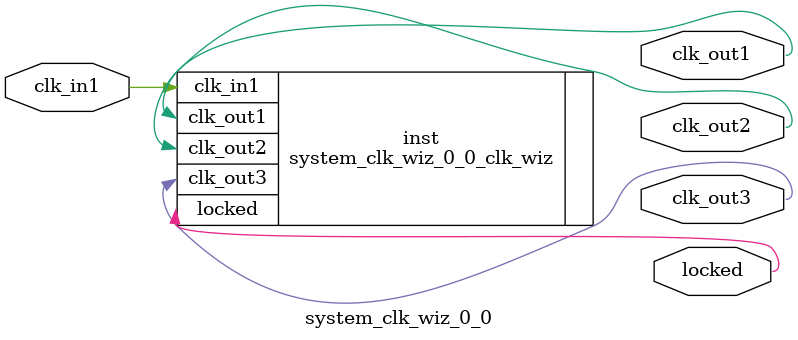
<source format=v>


`timescale 1ps/1ps

(* CORE_GENERATION_INFO = "system_clk_wiz_0_0,clk_wiz_v6_0_13_0_0,{component_name=system_clk_wiz_0_0,use_phase_alignment=false,use_min_o_jitter=false,use_max_i_jitter=false,use_dyn_phase_shift=false,use_inclk_switchover=false,use_dyn_reconfig=false,enable_axi=0,feedback_source=FDBK_AUTO,PRIMITIVE=MMCM,num_out_clk=3,clkin1_period=10.0,clkin2_period=10.0,use_power_down=false,use_reset=false,use_locked=true,use_inclk_stopped=false,feedback_type=SINGLE,CLOCK_MGR_TYPE=NA,manual_override=false}" *)

module system_clk_wiz_0_0 
 (
  // Clock out ports
  output        clk_out1,
  output        clk_out2,
  output        clk_out3,
  // Status and control signals
  output        locked,
 // Clock in ports
  input         clk_in1
 );

  system_clk_wiz_0_0_clk_wiz inst
  (
  // Clock out ports  
  .clk_out1(clk_out1),
  .clk_out2(clk_out2),
  .clk_out3(clk_out3),
  // Status and control signals               
  .locked(locked),
 // Clock in ports
  .clk_in1(clk_in1)
  );

endmodule

</source>
